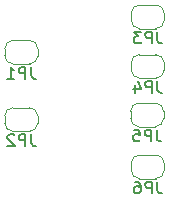
<source format=gbo>
G04 #@! TF.GenerationSoftware,KiCad,Pcbnew,9.0.0*
G04 #@! TF.CreationDate,2025-03-02T14:28:04+09:00*
G04 #@! TF.ProjectId,K6802-SBC,4b363830-322d-4534-9243-2e6b69636164,rev?*
G04 #@! TF.SameCoordinates,Original*
G04 #@! TF.FileFunction,Legend,Bot*
G04 #@! TF.FilePolarity,Positive*
%FSLAX46Y46*%
G04 Gerber Fmt 4.6, Leading zero omitted, Abs format (unit mm)*
G04 Created by KiCad (PCBNEW 9.0.0) date 2025-03-02 14:28:04*
%MOMM*%
%LPD*%
G01*
G04 APERTURE LIST*
%ADD10C,0.150000*%
%ADD11C,0.120000*%
G04 APERTURE END LIST*
D10*
X172483333Y-106954819D02*
X172483333Y-107669104D01*
X172483333Y-107669104D02*
X172530952Y-107811961D01*
X172530952Y-107811961D02*
X172626190Y-107907200D01*
X172626190Y-107907200D02*
X172769047Y-107954819D01*
X172769047Y-107954819D02*
X172864285Y-107954819D01*
X172007142Y-107954819D02*
X172007142Y-106954819D01*
X172007142Y-106954819D02*
X171626190Y-106954819D01*
X171626190Y-106954819D02*
X171530952Y-107002438D01*
X171530952Y-107002438D02*
X171483333Y-107050057D01*
X171483333Y-107050057D02*
X171435714Y-107145295D01*
X171435714Y-107145295D02*
X171435714Y-107288152D01*
X171435714Y-107288152D02*
X171483333Y-107383390D01*
X171483333Y-107383390D02*
X171530952Y-107431009D01*
X171530952Y-107431009D02*
X171626190Y-107478628D01*
X171626190Y-107478628D02*
X172007142Y-107478628D01*
X171102380Y-106954819D02*
X170483333Y-106954819D01*
X170483333Y-106954819D02*
X170816666Y-107335771D01*
X170816666Y-107335771D02*
X170673809Y-107335771D01*
X170673809Y-107335771D02*
X170578571Y-107383390D01*
X170578571Y-107383390D02*
X170530952Y-107431009D01*
X170530952Y-107431009D02*
X170483333Y-107526247D01*
X170483333Y-107526247D02*
X170483333Y-107764342D01*
X170483333Y-107764342D02*
X170530952Y-107859580D01*
X170530952Y-107859580D02*
X170578571Y-107907200D01*
X170578571Y-107907200D02*
X170673809Y-107954819D01*
X170673809Y-107954819D02*
X170959523Y-107954819D01*
X170959523Y-107954819D02*
X171054761Y-107907200D01*
X171054761Y-107907200D02*
X171102380Y-107859580D01*
X172483333Y-119654819D02*
X172483333Y-120369104D01*
X172483333Y-120369104D02*
X172530952Y-120511961D01*
X172530952Y-120511961D02*
X172626190Y-120607200D01*
X172626190Y-120607200D02*
X172769047Y-120654819D01*
X172769047Y-120654819D02*
X172864285Y-120654819D01*
X172007142Y-120654819D02*
X172007142Y-119654819D01*
X172007142Y-119654819D02*
X171626190Y-119654819D01*
X171626190Y-119654819D02*
X171530952Y-119702438D01*
X171530952Y-119702438D02*
X171483333Y-119750057D01*
X171483333Y-119750057D02*
X171435714Y-119845295D01*
X171435714Y-119845295D02*
X171435714Y-119988152D01*
X171435714Y-119988152D02*
X171483333Y-120083390D01*
X171483333Y-120083390D02*
X171530952Y-120131009D01*
X171530952Y-120131009D02*
X171626190Y-120178628D01*
X171626190Y-120178628D02*
X172007142Y-120178628D01*
X170578571Y-119654819D02*
X170769047Y-119654819D01*
X170769047Y-119654819D02*
X170864285Y-119702438D01*
X170864285Y-119702438D02*
X170911904Y-119750057D01*
X170911904Y-119750057D02*
X171007142Y-119892914D01*
X171007142Y-119892914D02*
X171054761Y-120083390D01*
X171054761Y-120083390D02*
X171054761Y-120464342D01*
X171054761Y-120464342D02*
X171007142Y-120559580D01*
X171007142Y-120559580D02*
X170959523Y-120607200D01*
X170959523Y-120607200D02*
X170864285Y-120654819D01*
X170864285Y-120654819D02*
X170673809Y-120654819D01*
X170673809Y-120654819D02*
X170578571Y-120607200D01*
X170578571Y-120607200D02*
X170530952Y-120559580D01*
X170530952Y-120559580D02*
X170483333Y-120464342D01*
X170483333Y-120464342D02*
X170483333Y-120226247D01*
X170483333Y-120226247D02*
X170530952Y-120131009D01*
X170530952Y-120131009D02*
X170578571Y-120083390D01*
X170578571Y-120083390D02*
X170673809Y-120035771D01*
X170673809Y-120035771D02*
X170864285Y-120035771D01*
X170864285Y-120035771D02*
X170959523Y-120083390D01*
X170959523Y-120083390D02*
X171007142Y-120131009D01*
X171007142Y-120131009D02*
X171054761Y-120226247D01*
X161783333Y-109954819D02*
X161783333Y-110669104D01*
X161783333Y-110669104D02*
X161830952Y-110811961D01*
X161830952Y-110811961D02*
X161926190Y-110907200D01*
X161926190Y-110907200D02*
X162069047Y-110954819D01*
X162069047Y-110954819D02*
X162164285Y-110954819D01*
X161307142Y-110954819D02*
X161307142Y-109954819D01*
X161307142Y-109954819D02*
X160926190Y-109954819D01*
X160926190Y-109954819D02*
X160830952Y-110002438D01*
X160830952Y-110002438D02*
X160783333Y-110050057D01*
X160783333Y-110050057D02*
X160735714Y-110145295D01*
X160735714Y-110145295D02*
X160735714Y-110288152D01*
X160735714Y-110288152D02*
X160783333Y-110383390D01*
X160783333Y-110383390D02*
X160830952Y-110431009D01*
X160830952Y-110431009D02*
X160926190Y-110478628D01*
X160926190Y-110478628D02*
X161307142Y-110478628D01*
X159783333Y-110954819D02*
X160354761Y-110954819D01*
X160069047Y-110954819D02*
X160069047Y-109954819D01*
X160069047Y-109954819D02*
X160164285Y-110097676D01*
X160164285Y-110097676D02*
X160259523Y-110192914D01*
X160259523Y-110192914D02*
X160354761Y-110240533D01*
X172433333Y-115254819D02*
X172433333Y-115969104D01*
X172433333Y-115969104D02*
X172480952Y-116111961D01*
X172480952Y-116111961D02*
X172576190Y-116207200D01*
X172576190Y-116207200D02*
X172719047Y-116254819D01*
X172719047Y-116254819D02*
X172814285Y-116254819D01*
X171957142Y-116254819D02*
X171957142Y-115254819D01*
X171957142Y-115254819D02*
X171576190Y-115254819D01*
X171576190Y-115254819D02*
X171480952Y-115302438D01*
X171480952Y-115302438D02*
X171433333Y-115350057D01*
X171433333Y-115350057D02*
X171385714Y-115445295D01*
X171385714Y-115445295D02*
X171385714Y-115588152D01*
X171385714Y-115588152D02*
X171433333Y-115683390D01*
X171433333Y-115683390D02*
X171480952Y-115731009D01*
X171480952Y-115731009D02*
X171576190Y-115778628D01*
X171576190Y-115778628D02*
X171957142Y-115778628D01*
X170480952Y-115254819D02*
X170957142Y-115254819D01*
X170957142Y-115254819D02*
X171004761Y-115731009D01*
X171004761Y-115731009D02*
X170957142Y-115683390D01*
X170957142Y-115683390D02*
X170861904Y-115635771D01*
X170861904Y-115635771D02*
X170623809Y-115635771D01*
X170623809Y-115635771D02*
X170528571Y-115683390D01*
X170528571Y-115683390D02*
X170480952Y-115731009D01*
X170480952Y-115731009D02*
X170433333Y-115826247D01*
X170433333Y-115826247D02*
X170433333Y-116064342D01*
X170433333Y-116064342D02*
X170480952Y-116159580D01*
X170480952Y-116159580D02*
X170528571Y-116207200D01*
X170528571Y-116207200D02*
X170623809Y-116254819D01*
X170623809Y-116254819D02*
X170861904Y-116254819D01*
X170861904Y-116254819D02*
X170957142Y-116207200D01*
X170957142Y-116207200D02*
X171004761Y-116159580D01*
X172483333Y-111154819D02*
X172483333Y-111869104D01*
X172483333Y-111869104D02*
X172530952Y-112011961D01*
X172530952Y-112011961D02*
X172626190Y-112107200D01*
X172626190Y-112107200D02*
X172769047Y-112154819D01*
X172769047Y-112154819D02*
X172864285Y-112154819D01*
X172007142Y-112154819D02*
X172007142Y-111154819D01*
X172007142Y-111154819D02*
X171626190Y-111154819D01*
X171626190Y-111154819D02*
X171530952Y-111202438D01*
X171530952Y-111202438D02*
X171483333Y-111250057D01*
X171483333Y-111250057D02*
X171435714Y-111345295D01*
X171435714Y-111345295D02*
X171435714Y-111488152D01*
X171435714Y-111488152D02*
X171483333Y-111583390D01*
X171483333Y-111583390D02*
X171530952Y-111631009D01*
X171530952Y-111631009D02*
X171626190Y-111678628D01*
X171626190Y-111678628D02*
X172007142Y-111678628D01*
X170578571Y-111488152D02*
X170578571Y-112154819D01*
X170816666Y-111107200D02*
X171054761Y-111821485D01*
X171054761Y-111821485D02*
X170435714Y-111821485D01*
X161783333Y-115654819D02*
X161783333Y-116369104D01*
X161783333Y-116369104D02*
X161830952Y-116511961D01*
X161830952Y-116511961D02*
X161926190Y-116607200D01*
X161926190Y-116607200D02*
X162069047Y-116654819D01*
X162069047Y-116654819D02*
X162164285Y-116654819D01*
X161307142Y-116654819D02*
X161307142Y-115654819D01*
X161307142Y-115654819D02*
X160926190Y-115654819D01*
X160926190Y-115654819D02*
X160830952Y-115702438D01*
X160830952Y-115702438D02*
X160783333Y-115750057D01*
X160783333Y-115750057D02*
X160735714Y-115845295D01*
X160735714Y-115845295D02*
X160735714Y-115988152D01*
X160735714Y-115988152D02*
X160783333Y-116083390D01*
X160783333Y-116083390D02*
X160830952Y-116131009D01*
X160830952Y-116131009D02*
X160926190Y-116178628D01*
X160926190Y-116178628D02*
X161307142Y-116178628D01*
X160354761Y-115750057D02*
X160307142Y-115702438D01*
X160307142Y-115702438D02*
X160211904Y-115654819D01*
X160211904Y-115654819D02*
X159973809Y-115654819D01*
X159973809Y-115654819D02*
X159878571Y-115702438D01*
X159878571Y-115702438D02*
X159830952Y-115750057D01*
X159830952Y-115750057D02*
X159783333Y-115845295D01*
X159783333Y-115845295D02*
X159783333Y-115940533D01*
X159783333Y-115940533D02*
X159830952Y-116083390D01*
X159830952Y-116083390D02*
X160402380Y-116654819D01*
X160402380Y-116654819D02*
X159783333Y-116654819D01*
D11*
X170250000Y-105400000D02*
X170250000Y-106000000D01*
X170950000Y-106700000D02*
X172350000Y-106700000D01*
X172350000Y-104700000D02*
X170950000Y-104700000D01*
X173050000Y-106000000D02*
X173050000Y-105400000D01*
X170250000Y-105400000D02*
G75*
G02*
X170950000Y-104700000I699999J1D01*
G01*
X170950000Y-106700000D02*
G75*
G02*
X170250000Y-106000000I-1J699999D01*
G01*
X172350000Y-104700000D02*
G75*
G02*
X173050000Y-105400000I0J-700000D01*
G01*
X173050000Y-106000000D02*
G75*
G02*
X172350000Y-106700000I-700000J0D01*
G01*
X170250000Y-118100000D02*
X170250000Y-118700000D01*
X170950000Y-119400000D02*
X172350000Y-119400000D01*
X172350000Y-117400000D02*
X170950000Y-117400000D01*
X173050000Y-118700000D02*
X173050000Y-118100000D01*
X170250000Y-118100000D02*
G75*
G02*
X170950000Y-117400000I699999J1D01*
G01*
X170950000Y-119400000D02*
G75*
G02*
X170250000Y-118700000I-1J699999D01*
G01*
X172350000Y-117400000D02*
G75*
G02*
X173050000Y-118100000I0J-700000D01*
G01*
X173050000Y-118700000D02*
G75*
G02*
X172350000Y-119400000I-700000J0D01*
G01*
X159550000Y-108400000D02*
X159550000Y-109000000D01*
X160250000Y-109700000D02*
X161650000Y-109700000D01*
X161650000Y-107700000D02*
X160250000Y-107700000D01*
X162350000Y-109000000D02*
X162350000Y-108400000D01*
X159550000Y-108400000D02*
G75*
G02*
X160250000Y-107700000I699999J1D01*
G01*
X160250000Y-109700000D02*
G75*
G02*
X159550000Y-109000000I-1J699999D01*
G01*
X161650000Y-107700000D02*
G75*
G02*
X162350000Y-108400000I0J-700000D01*
G01*
X162350000Y-109000000D02*
G75*
G02*
X161650000Y-109700000I-700000J0D01*
G01*
X170200000Y-113700000D02*
X170200000Y-114300000D01*
X170900000Y-115000000D02*
X172300000Y-115000000D01*
X172300000Y-113000000D02*
X170900000Y-113000000D01*
X173000000Y-114300000D02*
X173000000Y-113700000D01*
X170200000Y-113700000D02*
G75*
G02*
X170900000Y-113000000I699999J1D01*
G01*
X170900000Y-115000000D02*
G75*
G02*
X170200000Y-114300000I-1J699999D01*
G01*
X172300000Y-113000000D02*
G75*
G02*
X173000000Y-113700000I0J-700000D01*
G01*
X173000000Y-114300000D02*
G75*
G02*
X172300000Y-115000000I-700000J0D01*
G01*
X170250000Y-109600000D02*
X170250000Y-110200000D01*
X170950000Y-110900000D02*
X172350000Y-110900000D01*
X172350000Y-108900000D02*
X170950000Y-108900000D01*
X173050000Y-110200000D02*
X173050000Y-109600000D01*
X170250000Y-109600000D02*
G75*
G02*
X170950000Y-108900000I699999J1D01*
G01*
X170950000Y-110900000D02*
G75*
G02*
X170250000Y-110200000I-1J699999D01*
G01*
X172350000Y-108900000D02*
G75*
G02*
X173050000Y-109600000I0J-700000D01*
G01*
X173050000Y-110200000D02*
G75*
G02*
X172350000Y-110900000I-700000J0D01*
G01*
X159550000Y-114100000D02*
X159550000Y-114700000D01*
X160250000Y-115400000D02*
X161650000Y-115400000D01*
X161650000Y-113400000D02*
X160250000Y-113400000D01*
X162350000Y-114700000D02*
X162350000Y-114100000D01*
X159550000Y-114100000D02*
G75*
G02*
X160250000Y-113400000I699999J1D01*
G01*
X160250000Y-115400000D02*
G75*
G02*
X159550000Y-114700000I-1J699999D01*
G01*
X161650000Y-113400000D02*
G75*
G02*
X162350000Y-114100000I0J-700000D01*
G01*
X162350000Y-114700000D02*
G75*
G02*
X161650000Y-115400000I-700000J0D01*
G01*
M02*

</source>
